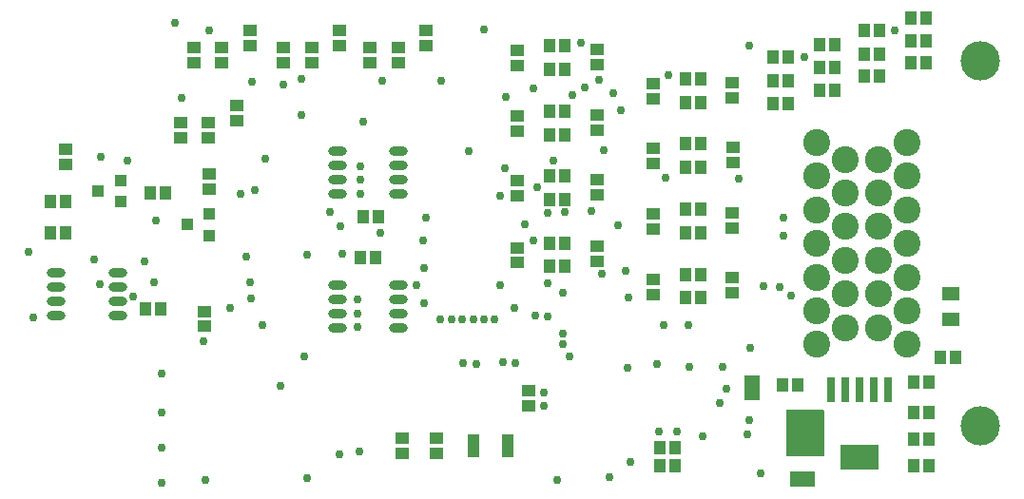
<source format=gbr>
%TF.GenerationSoftware,Altium Limited,Altium Designer,19.0.10 (269)*%
G04 Layer_Color=16711935*
%FSLAX26Y26*%
%MOIN*%
%TF.FileFunction,Soldermask,Bot*%
%TF.Part,Single*%
G01*
G75*
%TA.AperFunction,ViaPad*%
%ADD36C,0.030000*%
%TA.AperFunction,SMDPad,CuDef*%
%ADD44R,0.047370X0.043433*%
%ADD45R,0.045402X0.041465*%
%ADD46R,0.043433X0.019811*%
%ADD47R,0.043433X0.047370*%
%ADD48R,0.043433X0.039496*%
%ADD49O,0.065087X0.031622*%
%ADD50R,0.053276X0.088709*%
%ADD51R,0.059181X0.051307*%
%ADD52R,0.031622X0.090677*%
%ADD53R,0.133984X0.090677*%
%ADD54R,0.088709X0.053276*%
%TA.AperFunction,ComponentPad*%
%ADD55C,0.137921*%
%ADD56C,0.094614*%
G36*
X3312008Y288373D02*
Y129921D01*
X3181102D01*
X3181102Y293272D01*
X3307057Y293322D01*
X3312008Y288373D01*
D02*
G37*
D36*
X2375984Y44291D02*
D03*
X2421378Y480338D02*
D03*
X1612205Y134843D02*
D03*
X1228642Y648441D02*
D03*
X1684055Y146654D02*
D03*
X1500000Y53543D02*
D03*
X2330709Y352362D02*
D03*
X2329724Y306102D02*
D03*
X2395274Y520371D02*
D03*
Y559055D02*
D03*
X1302370Y682094D02*
D03*
X2726378Y450787D02*
D03*
X1881693Y728543D02*
D03*
X1905605Y884886D02*
D03*
X1909449Y787402D02*
D03*
X2121063Y1624016D02*
D03*
X1353347Y1172244D02*
D03*
X969488Y956693D02*
D03*
X963583Y740158D02*
D03*
X1499016Y834646D02*
D03*
X1143701Y45276D02*
D03*
X771654Y732284D02*
D03*
X751968Y818898D02*
D03*
X871063Y1166339D02*
D03*
X1910101Y665023D02*
D03*
X2157992Y610236D02*
D03*
X1618110Y937008D02*
D03*
X2496175Y988077D02*
D03*
X2429024Y1393811D02*
D03*
X3245735Y233096D02*
D03*
Y275418D02*
D03*
X3199803D02*
D03*
Y233096D02*
D03*
Y190773D02*
D03*
Y148450D02*
D03*
X3245735D02*
D03*
X3291666D02*
D03*
Y190773D02*
D03*
X3245735D02*
D03*
X3291666Y233096D02*
D03*
Y275418D02*
D03*
X2838457Y442841D02*
D03*
X3090551Y67913D02*
D03*
X3048228Y256890D02*
D03*
X2404412Y984250D02*
D03*
X2225208Y650078D02*
D03*
X2299208Y622046D02*
D03*
X1416947Y1433071D02*
D03*
X2732284Y216535D02*
D03*
X1696998Y1303150D02*
D03*
X2293307Y884886D02*
D03*
X1036417Y1649606D02*
D03*
X1060305Y1385827D02*
D03*
X3054260Y509842D02*
D03*
X1969488Y1445866D02*
D03*
X2067913Y1197047D02*
D03*
X539370Y615158D02*
D03*
X523622Y845577D02*
D03*
X777758Y1177790D02*
D03*
X2308059Y1070866D02*
D03*
X2539370Y1200787D02*
D03*
X2459235Y1579882D02*
D03*
X3051181Y1568898D02*
D03*
X1624016Y839567D02*
D03*
X2615157Y778427D02*
D03*
X2625984Y684055D02*
D03*
X2531496Y769685D02*
D03*
X2588583Y937992D02*
D03*
X2262795Y941929D02*
D03*
X2836614Y587598D02*
D03*
X2750984D02*
D03*
X2177092Y1043565D02*
D03*
X1677165Y629920D02*
D03*
Y678543D02*
D03*
X1308071Y1440945D02*
D03*
X1762795Y1446454D02*
D03*
X929134Y810852D02*
D03*
X889764Y689968D02*
D03*
X2601378Y1342183D02*
D03*
X2767716Y1466535D02*
D03*
X2192913Y1137795D02*
D03*
X2344488Y982599D02*
D03*
X2119992Y610236D02*
D03*
X2081992D02*
D03*
X2005992D02*
D03*
X2177161Y728345D02*
D03*
X2397633Y700786D02*
D03*
X2342520Y736221D02*
D03*
X2043992Y610236D02*
D03*
X2342520Y618110D02*
D03*
X1314961Y1062992D02*
D03*
X1267716Y1049114D02*
D03*
X1299213Y740158D02*
D03*
X1287402Y828963D02*
D03*
X1479331Y1452756D02*
D03*
Y1325787D02*
D03*
X1157480Y1621063D02*
D03*
X2094488Y452756D02*
D03*
X1578445Y984252D02*
D03*
X1755906Y913386D02*
D03*
X1685039Y1049114D02*
D03*
X1677165Y582677D02*
D03*
X2887739Y198819D02*
D03*
X3042244Y203740D02*
D03*
X2968504Y365617D02*
D03*
X2956737Y442867D02*
D03*
X2633858Y108731D02*
D03*
X2623805Y438011D02*
D03*
X1490505Y479336D02*
D03*
X1343080Y588571D02*
D03*
X1137795Y531496D02*
D03*
X988189Y417323D02*
D03*
Y282652D02*
D03*
Y157480D02*
D03*
Y35433D02*
D03*
X1685039Y1098425D02*
D03*
Y1145669D02*
D03*
X2228347Y456693D02*
D03*
X2185039Y459449D02*
D03*
X2047244Y456693D02*
D03*
X1917323Y964567D02*
D03*
X2574606Y1401575D02*
D03*
X2523622Y1448819D02*
D03*
X1967992Y610236D02*
D03*
X2196850Y1389764D02*
D03*
X2291780Y1417323D02*
D03*
X2472441Y1421260D02*
D03*
X2362205Y1165354D02*
D03*
X3169291Y964567D02*
D03*
X3011811Y1102362D02*
D03*
X2755905Y1106299D02*
D03*
X3196850Y692913D02*
D03*
X3169291Y901575D02*
D03*
X1405512Y374016D02*
D03*
X3098425Y724409D02*
D03*
X3157825Y723376D02*
D03*
X3244095Y1527559D02*
D03*
X3559055Y1622047D02*
D03*
X2559055Y55118D02*
D03*
X2944882Y314961D02*
D03*
X2795276Y216535D02*
D03*
D44*
X1157480Y1118393D02*
D03*
Y1065244D02*
D03*
X1832677Y191437D02*
D03*
Y138287D02*
D03*
X652559Y1205709D02*
D03*
Y1152559D02*
D03*
X1200787Y1562008D02*
D03*
Y1508858D02*
D03*
X1153543Y1298228D02*
D03*
Y1245079D02*
D03*
X1515748Y1562008D02*
D03*
Y1508858D02*
D03*
X1818898Y1562008D02*
D03*
Y1508858D02*
D03*
X1299213Y1621063D02*
D03*
Y1567913D02*
D03*
X1251968Y1357284D02*
D03*
Y1304134D02*
D03*
X1614173Y1621063D02*
D03*
Y1567913D02*
D03*
X1917323Y1621063D02*
D03*
Y1567913D02*
D03*
X1102362Y1508858D02*
D03*
Y1562008D02*
D03*
X1055118Y1245079D02*
D03*
Y1298228D02*
D03*
X1417323Y1508858D02*
D03*
Y1562008D02*
D03*
X1720472Y1508858D02*
D03*
Y1562008D02*
D03*
X1139764Y583719D02*
D03*
Y636869D02*
D03*
X2711614Y1382874D02*
D03*
Y1436024D02*
D03*
X2991142Y1386811D02*
D03*
Y1439961D02*
D03*
X2711614Y696850D02*
D03*
Y750000D02*
D03*
X2991142Y700787D02*
D03*
Y753937D02*
D03*
X2712598Y1154527D02*
D03*
Y1207677D02*
D03*
X2992126Y1158465D02*
D03*
Y1211614D02*
D03*
X2236220Y807087D02*
D03*
Y860236D02*
D03*
X2515748Y811024D02*
D03*
Y864173D02*
D03*
X2236220Y1499016D02*
D03*
Y1552165D02*
D03*
X2515748Y1502953D02*
D03*
Y1556102D02*
D03*
X2236220Y1269685D02*
D03*
Y1322835D02*
D03*
X2515748Y1273622D02*
D03*
Y1326772D02*
D03*
X2711614Y926181D02*
D03*
Y979331D02*
D03*
X2991142Y930118D02*
D03*
Y983268D02*
D03*
X2236220Y1042323D02*
D03*
Y1095472D02*
D03*
X2515748Y1046260D02*
D03*
Y1099409D02*
D03*
X2275591Y359252D02*
D03*
Y306102D02*
D03*
D45*
X1951772Y139272D02*
D03*
Y190453D02*
D03*
D46*
X2081693Y134843D02*
D03*
Y154528D02*
D03*
Y174213D02*
D03*
Y193898D02*
D03*
X2203740Y134843D02*
D03*
Y154528D02*
D03*
Y174213D02*
D03*
Y193898D02*
D03*
D47*
X1696850Y970351D02*
D03*
X1750000D02*
D03*
X1686024Y826771D02*
D03*
X1739173D02*
D03*
X1002953Y1051181D02*
D03*
X949803D02*
D03*
X599409Y1022431D02*
D03*
X652559D02*
D03*
X599409Y913186D02*
D03*
X652559D02*
D03*
X933387Y645669D02*
D03*
X986536D02*
D03*
X3774606Y476378D02*
D03*
X3721457D02*
D03*
X3296260Y1413386D02*
D03*
X3349409D02*
D03*
X3296260Y1570866D02*
D03*
X3349409D02*
D03*
X3296260Y1492126D02*
D03*
X3349409D02*
D03*
X3131890Y1366142D02*
D03*
X3185039D02*
D03*
X3185695Y1527559D02*
D03*
X3132546D02*
D03*
Y1444882D02*
D03*
X3185695D02*
D03*
X3506890Y1622047D02*
D03*
X3453740D02*
D03*
Y1460630D02*
D03*
X3506890D02*
D03*
X3453740Y1539370D02*
D03*
X3506890D02*
D03*
X2879921Y1452756D02*
D03*
X2826772D02*
D03*
Y1370079D02*
D03*
X2879921D02*
D03*
Y766732D02*
D03*
X2826772D02*
D03*
Y684055D02*
D03*
X2879921D02*
D03*
X2880905Y1224409D02*
D03*
X2827756D02*
D03*
Y1141732D02*
D03*
X2880905D02*
D03*
X2404528Y876968D02*
D03*
X2351378D02*
D03*
Y794291D02*
D03*
X2404528D02*
D03*
Y1568898D02*
D03*
X2351378D02*
D03*
Y1486220D02*
D03*
X2404528D02*
D03*
Y1339567D02*
D03*
X2351378D02*
D03*
Y1256890D02*
D03*
X2404528D02*
D03*
X2879921Y996063D02*
D03*
X2826772D02*
D03*
Y913386D02*
D03*
X2879921D02*
D03*
X3616141Y1665354D02*
D03*
X3669291D02*
D03*
X3616141Y1507874D02*
D03*
X3669291D02*
D03*
X3616141Y1586614D02*
D03*
X3669291D02*
D03*
X2404528Y1112205D02*
D03*
X2351378D02*
D03*
Y1029527D02*
D03*
X2404528D02*
D03*
X3626968Y389764D02*
D03*
X3680118D02*
D03*
X3626968Y94488D02*
D03*
X3680118D02*
D03*
X3626968Y188976D02*
D03*
X3680118D02*
D03*
X3626968Y283465D02*
D03*
X3680118D02*
D03*
X3166339Y377953D02*
D03*
X3219488D02*
D03*
X2737205Y94488D02*
D03*
X2790354D02*
D03*
X2737205Y157480D02*
D03*
X2790354D02*
D03*
D48*
X767716Y1059055D02*
D03*
X846457Y1021654D02*
D03*
Y1096457D02*
D03*
X1078740Y940945D02*
D03*
X1157480Y903543D02*
D03*
Y978346D02*
D03*
D49*
X1605315Y1047047D02*
D03*
Y1097047D02*
D03*
Y1147047D02*
D03*
Y1197047D02*
D03*
X1819882Y1047047D02*
D03*
Y1097047D02*
D03*
Y1147047D02*
D03*
Y1197047D02*
D03*
X621063Y621850D02*
D03*
Y671850D02*
D03*
Y721850D02*
D03*
Y771850D02*
D03*
X835630Y621850D02*
D03*
Y671850D02*
D03*
Y721850D02*
D03*
Y771850D02*
D03*
X1605315Y578543D02*
D03*
Y628543D02*
D03*
Y678543D02*
D03*
Y728543D02*
D03*
X1819882Y578543D02*
D03*
Y628543D02*
D03*
Y678543D02*
D03*
Y728543D02*
D03*
D50*
X3061024Y370079D02*
D03*
D51*
X3755905Y698819D02*
D03*
Y608268D02*
D03*
D52*
X3337008Y361221D02*
D03*
X3387008D02*
D03*
X3437008D02*
D03*
X3487008D02*
D03*
X3537008D02*
D03*
D53*
X3437008Y126969D02*
D03*
D54*
X3235236Y49213D02*
D03*
D55*
X3858268Y235236D02*
D03*
Y1514764D02*
D03*
D56*
X3287402Y1229331D02*
D03*
Y1111220D02*
D03*
Y993110D02*
D03*
Y875000D02*
D03*
Y756890D02*
D03*
Y638779D02*
D03*
Y520669D02*
D03*
X3385827Y1170276D02*
D03*
Y1052165D02*
D03*
Y934055D02*
D03*
Y815945D02*
D03*
Y697835D02*
D03*
Y579724D02*
D03*
X3503937Y1170276D02*
D03*
Y1052165D02*
D03*
Y934055D02*
D03*
Y815945D02*
D03*
Y697835D02*
D03*
Y579724D02*
D03*
X3602362Y1229331D02*
D03*
Y1111220D02*
D03*
Y993110D02*
D03*
Y875000D02*
D03*
Y756890D02*
D03*
Y638779D02*
D03*
Y520669D02*
D03*
%TF.MD5,09c68ff27ca8fc400e3ff21f850be78c*%
M02*

</source>
